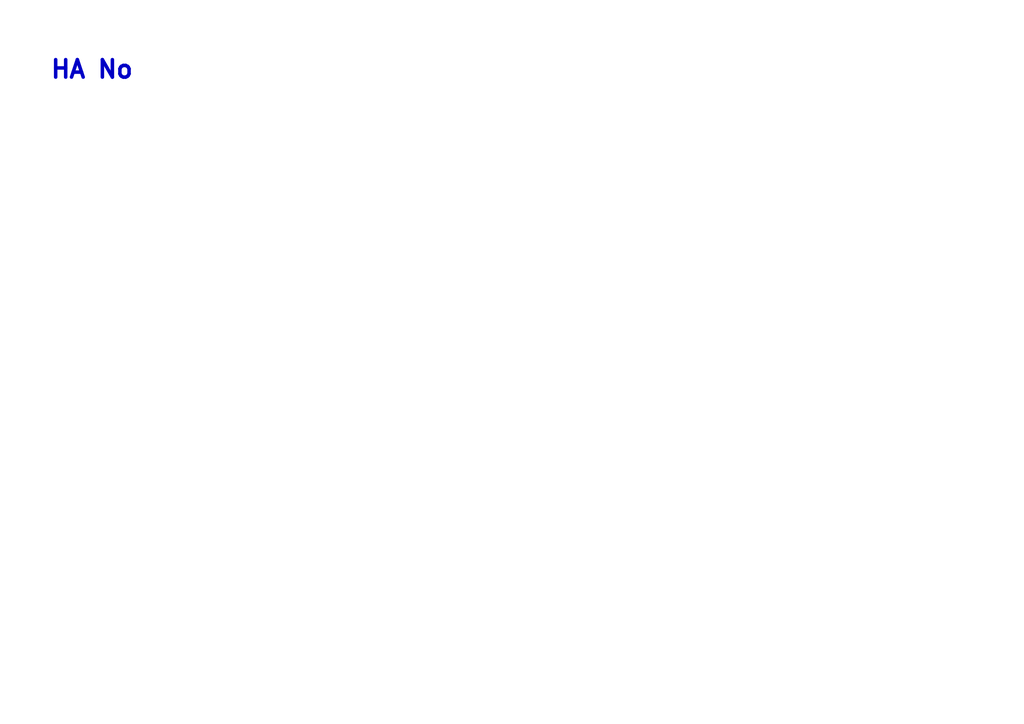
<source format=kicad_sch>
(kicad_sch
	(version 20231120)
	(generator "eeschema")
	(generator_version "8.0")
	(uuid "588d22be-9c04-456e-a1c2-1523c0cf0a3e")
	(paper "A4")
	(lib_symbols)
	(text "HA No"
		(exclude_from_sim no)
		(at 26.67 20.32 0)
		(effects
			(font
				(size 5.08 5.08)
				(thickness 1.016)
				(bold yes)
			)
		)
		(uuid "70ee98e0-92ea-46cc-a02c-c19b3022b1bf")
	)
)

</source>
